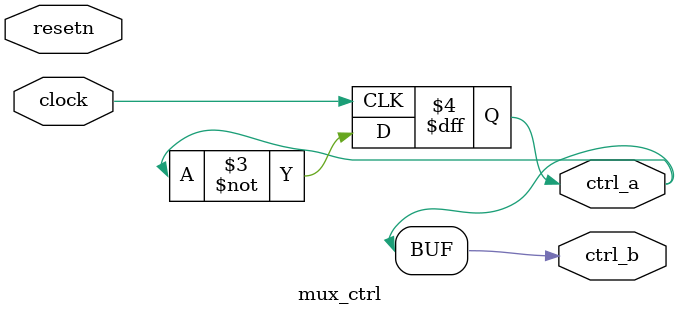
<source format=v>
module mux_ctrl (clock, ctrl_a, ctrl_b, resetn);

input clock, resetn;
output ctrl_a, ctrl_b;

reg ctrl_a;
wire ctrl_b;

assign ctrl_b = ctrl_a;
always@(posedge clock)begin
	if(!resetn) ctrl_a<=1'b1;
	ctrl_a<=~ctrl_a;
end

endmodule
</source>
